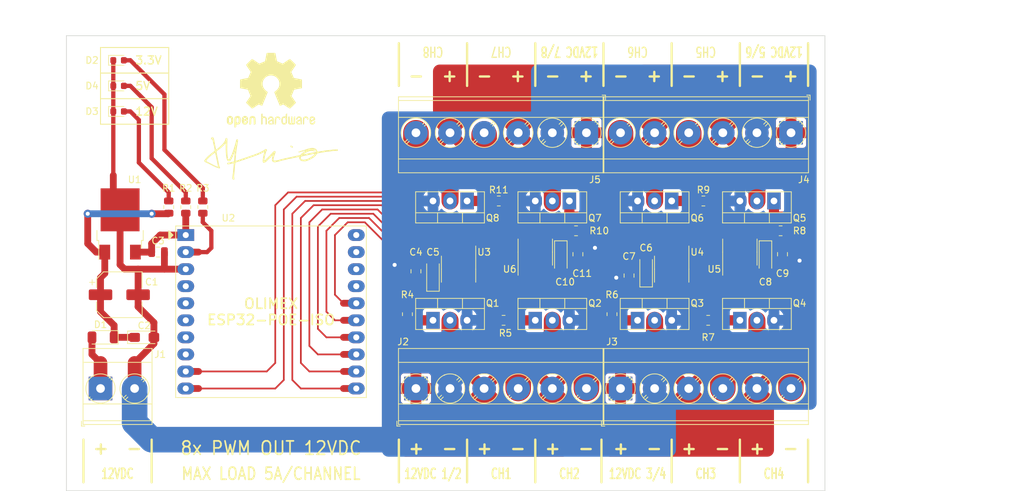
<source format=kicad_pcb>
(kicad_pcb (version 20211014) (generator pcbnew)
  (title_block (title "ESP 6 Relay Module"))
  (layers (0 "F.Cu" signal) (31 "B.Cu" signal) (34 "B.Paste" user) (35 "F.Paste" user) (36 "B.SilkS" user "B.Silkscreen") (37 "F.SilkS" user "F.Silkscreen") (38 "B.Mask" user) (39 "F.Mask" user) (44 "Edge.Cuts" user))
  (net 0 "")
  (net 1 "+12VA")
  (net 2 "GNDREF")
  (net 3 "+5V")
  (net 4 "+12V")
  (net 5 "Net-(D2-Pad2)")
  (net 6 "Net-(D3-Pad2)")
  (net 7 "Net-(D4-Pad2)")
  (net 8 "+VA")
  (net 9 "+VB")
  (net 10 "+VC")
  (net 11 "Net-(J2-Pad4)")
  (net 12 "Net-(Q1-Pad1)")
  (net 13 "Net-(Q2-Pad1)")
  (net 14 "Net-(Q3-Pad1)")
  (net 15 "Net-(Q4-Pad1)")
  (net 16 "+3V3")
  (net 17 "Net-(J2-Pad6)")
  (net 20 "Net-(R8-Pad2)")
  (net 21 "Net-(R9-Pad2)")
  (net 25 "+VD")
  (net 26 "Net-(J3-Pad4)")
  (net 28 "Net-(J3-Pad6)")
  (net 29 "Net-(J4-Pad4)")
  (net 37 "Net-(R6-Pad2)")
  (net 38 "Net-(R7-Pad2)")
  (net 41 "Net-(J4-Pad6)")
  (net 42 "Net-(J5-Pad4)")
  (net 43 "Net-(J5-Pad6)")
  (net 44 "Net-(Q5-Pad1)")
  (net 45 "Net-(Q6-Pad1)")
  (net 46 "Net-(Q7-Pad1)")
  (net 47 "Net-(Q8-Pad1)")
  (net 48 "Net-(R10-Pad2)")
  (net 49 "Net-(R11-Pad2)")
  (net 50 "Net-(U2-Pad11)")
  (net 51 "Net-(U2-Pad12)")
  (net 52 "Net-(U2-Pad13)")
  (net 53 "Net-(U2-Pad14)")
  (net 54 "Net-(U2-Pad15)")
  (net 55 "Net-(U2-Pad16)")
  (net 58 "Net-(R4-Pad2)")
  (net 59 "Net-(R5-Pad2)")
  (net 60 "Net-(U2-Pad9)")
  (net 61 "Net-(U2-Pad10)")
  (footprint "Tales:Olimex_ESP32-POE_Pads" (layer "F.Cu") (at 82.55 93.98)
    (fp_text reference "U2")
    (fp_text value "Olimex_ESP32-POE")
  )
  (footprint "Tales:SOIC-8_3.9x4.9mm_P1.27mm" (layer "F.Cu") (at 165.1 96.52 90)
    (fp_text reference "U5")
    (fp_text value "IR4427")
  )
  (footprint "Tales:C_0805_2012Metric" (layer "F.Cu") (at 171.45 96.835 -90)
    (fp_text reference "C9")
    (fp_text value "0,1uF/50V/0805")
  )
  (footprint "Tales:LED_0603_1608Metric" (layer "F.Cu") (at 72.5425 71.755)
    (fp_text reference "D4")
    (fp_text value "GREEN/0603")
  )
  (footprint "Tales:TO-220-3_Vertical" (layer "F.Cu") (at 134.62 106.68)
    (fp_text reference "Q2")
    (fp_text value "IRLB8721PBF")
  )
  (footprint "Tales:R_0805_2012Metric" (layer "F.Cu") (at 85.09 89.8125 90)
    (fp_text reference "R3")
    (fp_text value "270R/0,125W/0805")
  )
  (footprint "Tales:TerminalBlock_Phoenix_MKDS-3-6-5.08_1x06_P5.08mm_Horizontal" (layer "F.Cu") (at 142.24 78.74 180)
    (fp_text reference "J5")
    (fp_text value "CH7/8")
  )
  (footprint "Tales:SOIC-8_3.9x4.9mm_P1.27mm" (layer "F.Cu") (at 134.62 96.52 90)
    (fp_text reference "U6")
    (fp_text value "IR4427")
  )
  (footprint "Tales:R_0805_2012Metric" (layer "F.Cu") (at 129.8975 106.68 180)
    (fp_text reference "R5")
    (fp_text value "0R/0,125W/0805")
  )
  (footprint "Tales:C_0805_2012Metric" (layer "F.Cu") (at 116.84 99.375 90)
    (fp_text reference "C4")
    (fp_text value "0,1uF/50V/0805")
  )
  (footprint "Tales:TO-220-3_Vertical" (layer "F.Cu") (at 119.38 106.68)
    (fp_text reference "Q1")
    (fp_text value "IRLB8721PBF")
  )
  (footprint "Tales:TO-252-2" (layer "F.Cu") (at 72.765 92.32 90)
    (fp_text reference "U1")
    (fp_text value "L78M05")
  )
  (footprint "Tales:SOIC-8_3.9x4.9mm_P1.27mm" (layer "F.Cu") (at 123.19 99.06 -90)
    (fp_text reference "U3")
    (fp_text value "IR4427")
  )
  (footprint "Tales:CP_EIA-3216-18_Kemet-A_Pad1.58x1.35mm_HandSolder" (layer "F.Cu") (at 151.13 99.2275 90)
    (fp_text reference "C6")
    (fp_text value "1uF 35V")
  )
  (footprint "Tales:R_0805_2012Metric" (layer "F.Cu") (at 146.05 105.7675 90)
    (fp_text reference "R6")
    (fp_text value "0R/0,125W/0805")
  )
  (footprint "Tales:TO-220-3_Vertical" (layer "F.Cu") (at 139.7 88.9 180)
    (fp_text reference "Q7")
    (fp_text value "IRLB8721PBF")
  )
  (footprint "Tales:R_0805_2012Metric" (layer "F.Cu") (at 82.55 89.8125 90)
    (fp_text reference "R2")
    (fp_text value "680R/0,125W/0805")
  )
  (footprint "Tales:TO-220-3_Vertical" (layer "F.Cu") (at 165.1 106.68)
    (fp_text reference "Q4")
    (fp_text value "IRLB8721PBF")
  )
  (footprint "Tales:R_0805_2012Metric" (layer "F.Cu") (at 140.6925 93.345 180)
    (fp_text reference "R10")
    (fp_text value "0R/0,125W/0805")
  )
  (footprint "Tales:C_0805_2012Metric" (layer "F.Cu") (at 148.59 100.015 90)
    (fp_text reference "C7")
    (fp_text value "0,1uF/50V/0805")
  )
  (footprint "Tales:CP_EIA-3216-18_Kemet-A_Pad1.58x1.35mm_HandSolder" (layer "F.Cu") (at 138.43 97.3225 -90)
    (fp_text reference "C10")
    (fp_text value "1uF 35V")
  )
  (footprint "Tales:TerminalBlock_Phoenix_MKDS-3-6-5.08_1x06_P5.08mm_Horizontal" (layer "F.Cu") (at 147.32 116.84)
    (fp_text reference "J3")
    (fp_text value "CH3/4")
  )
  (footprint "Tales:TO-220-3_Vertical" (layer "F.Cu") (at 149.86 106.68)
    (fp_text reference "Q3")
    (fp_text value "IRLB8721PBF")
  )
  (footprint "Tales:LED_0603_1608Metric" (layer "F.Cu") (at 72.5425 75.565)
    (fp_text reference "D3")
    (fp_text value "GREEN/0603")
  )
  (footprint "Tales:R_0805_2012Metric" (layer "F.Cu") (at 160.3775 106.68 180)
    (fp_text reference "R7")
    (fp_text value "0R/0,125W/0805")
  )
  (footprint "Tales:TerminalBlock_Phoenix_MKDS-3-6-5.08_1x06_P5.08mm_Horizontal" (layer "F.Cu") (at 116.84 116.84)
    (fp_text reference "J2")
    (fp_text value "CH1/2")
  )
  (footprint "Tales:R_0805_2012Metric" (layer "F.Cu") (at 171.1725 93.345 180)
    (fp_text reference "R8")
    (fp_text value "0R/0,125W/0805")
  )
  (footprint "Tales:CP_Elec_6.3x5.4" (layer "F.Cu") (at 72.65 102.87)
    (fp_text reference "C1")
    (fp_text value "47uF/35V/6,3x5,4")
  )
  (footprint "Tales:CP_EIA-3216-18_Kemet-A_Pad1.58x1.35mm_HandSolder" (layer "F.Cu") (at 76.3675 109.22)
    (fp_text reference "C2")
    (fp_text value "0,33uF/35V")
  )
  (footprint "Tales:CP_EIA-3216-18_Kemet-A_Pad1.58x1.35mm_HandSolder" (layer "F.Cu") (at 119.38 99.8625 90)
    (fp_text reference "C5")
    (fp_text value "1uF 35V")
  )
  (footprint "Tales:TerminalBlock_Phoenix_MKDS-3-6-5.08_1x06_P5.08mm_Horizontal" (layer "F.Cu") (at 172.72 78.74 180)
    (fp_text reference "J4")
    (fp_text value "CH5/6")
  )
  (footprint "Tales:SOIC-8_3.9x4.9mm_P1.27mm" (layer "F.Cu") (at 154.94 99.06 -90)
    (fp_text reference "U4")
    (fp_text value "IR4427")
  )
  (footprint "Tales:D_SOD-123" (layer "F.Cu") (at 70.23 109.22 180)
    (fp_text reference "D1")
    (fp_text value "SM4007PL/SOD-123")
  )
  (footprint "Tales:LED_0603_1608Metric" (layer "F.Cu") (at 72.5425 67.945)
    (fp_text reference "D2")
    (fp_text value "GREEN/0603")
  )
  (footprint "Tales:C_0805_2012Metric" (layer "F.Cu") (at 140.97 96.835 -90)
    (fp_text reference "C11")
    (fp_text value "0,1uF/50V/0805")
  )
  (footprint "Tales:TO-220-3_Vertical" (layer "F.Cu") (at 170.18 88.9 180)
    (fp_text reference "Q5")
    (fp_text value "IRLB8721PBF")
  )
  (footprint "Tales:CP_EIA-3216-18_Kemet-A_Pad1.58x1.35mm_HandSolder" (layer "F.Cu") (at 168.91 97.3225 -90)
    (fp_text reference "C8")
    (fp_text value "1uF 35V")
  )
  (footprint "Tales:C_0805_2012Metric" (layer "F.Cu") (at 78.42 96.52)
    (fp_text reference "C3")
    (fp_text value "0,1uF/50V/0805")
  )
  (footprint "Tales:R_0805_2012Metric" (layer "F.Cu") (at 115.57 105.7675 90)
    (fp_text reference "R4")
    (fp_text value "0R/0,125W/0805")
  )
  (footprint "Tales:TO-220-3_Vertical" (layer "F.Cu") (at 154.94 88.9 180)
    (fp_text reference "Q6")
    (fp_text value "IRLB8721PBF")
  )
  (footprint "Tales:TO-220-3_Vertical" (layer "F.Cu") (at 124.46 88.9 180)
    (fp_text reference "Q8")
    (fp_text value "IRLB8721PBF")
  )
  (footprint "Tales:R_0805_2012Metric" (layer "F.Cu") (at 80.01 89.8125 90)
    (fp_text reference "R1")
    (fp_text value "2k2/0,125W/0805")
  )
  (footprint "Tales:R_0805_2012Metric" (layer "F.Cu") (at 159.6625 88.9)
    (fp_text reference "R9")
    (fp_text value "0R/0,125W/0805")
  )
  (footprint "Tales:R_0805_2012Metric" (layer "F.Cu") (at 129.1825 88.9)
    (fp_text reference "R11")
    (fp_text value "0R/0,125W/0805")
  )
  (footprint "Tales:TMaschio_20mm" (layer "F.Cu") (at 95.25 82.55)
    (fp_text reference "G***" hide)
    (fp_text value "LOGO" hide)
  )
  (footprint "Tales:TerminalBlock_Phoenix_MKDS-3-2-5.08_1x02_P5.08mm_Horizontal" (layer "F.Cu") (at 69.85 116.84)
    (fp_text reference "J1")
    (fp_text value "12VDC")
  )
  (footprint "Symbol:OSHW-Logo2_14.6x12mm_SilkScreen" (layer "F.Cu") (at 95.25 72.39)
    (fp_text reference "REF**" hide)
    (fp_text value "OSHW-Logo2_14.6x12mm_SilkScreen" hide)
  )
  (gr_line (start 69.85 69.85) (end 80.01 69.85) (layer "F.SilkS") (width 0.15))
  (gr_line (start 80.01 77.47) (end 80.01 66.04) (layer "F.SilkS") (width 0.15))
  (gr_line (start 69.85 77.47) (end 80.01 77.47) (layer "F.SilkS") (width 0.15))
  (gr_line (start 80.01 66.04) (end 69.85 66.04) (layer "F.SilkS") (width 0.15))
  (gr_line (start 69.85 73.66) (end 80.01 73.66) (layer "F.SilkS") (width 0.15))
  (gr_line (start 69.85 66.04) (end 69.85 77.47) (layer "F.SilkS") (width 0.15))
  (gr_line (start 165.1 65.405) (end 165.1 71.755) (layer "F.SilkS") (width 0.35))
  (gr_line (start 175.26 65.405) (end 175.26 71.755) (layer "F.SilkS") (width 0.35))
  (gr_line (start 134.62 124.46) (end 134.62 130.81) (layer "F.SilkS") (width 0.35))
  (gr_line (start 114.3 124.46) (end 114.3 130.81) (layer "F.SilkS") (width 0.35))
  (gr_line (start 165.1 124.46) (end 165.1 130.81) (layer "F.SilkS") (width 0.35))
  (gr_line (start 144.78 65.405) (end 144.78 71.755) (layer "F.SilkS") (width 0.35))
  (gr_line (start 154.94 124.46) (end 154.94 130.81) (layer "F.SilkS") (width 0.35))
  (gr_line (start 144.48 124.46) (end 144.48 130.81) (layer "F.SilkS") (width 0.35))
  (gr_line (start 175.26 124.46) (end 175.26 130.81) (layer "F.SilkS") (width 0.35))
  (gr_line (start 124.46 124.46) (end 124.46 130.81) (layer "F.SilkS") (width 0.35))
  (gr_line (start 114.3 65.405) (end 114.3 71.755) (layer "F.SilkS") (width 0.35))
  (gr_line (start 134.62 65.405) (end 134.62 71.755) (layer "F.SilkS") (width 0.35))
  (gr_line (start 154.94 65.405) (end 154.94 71.755) (layer "F.SilkS") (width 0.35))
  (gr_line (start 124.46 65.405) (end 124.46 71.755) (layer "F.SilkS") (width 0.35))
  (gr_line (start 67.31 124.46) (end 67.31 130.81) (layer "F.SilkS") (width 0.35))
  (gr_line (start 77.47 124.46) (end 77.47 130.81) (layer "F.SilkS") (width 0.35))
  (gr_line (start 64.77 132.08) (end 177.77 132.08) (layer "Edge.Cuts") (width 0.1))
  (gr_line (start 177.77 64.28) (end 64.77 64.28) (layer "Edge.Cuts") (width 0.1))
  (gr_line (start 177.77 132.08) (end 177.77 64.28) (layer "Edge.Cuts") (width 0.1))
  (gr_line (start 64.77 64.28) (end 64.77 132.08) (layer "Edge.Cuts") (width 0.1))
  (gr_text "12VDC" (at 72.39 129.54) (layer "F.SilkS") (effects (font (size 1.5 1) (thickness 0.25))))
  (gr_text "8x PWM OUT 12VDC" (at 95.25 125.73) (layer "F.SilkS") (effects (font (size 2 1.8) (thickness 0.25))))
  (gr_text "12V" (at 74.93 75.565) (layer "F.SilkS") (effects (font (size 1.2 1.2) (thickness 0.2)) (justify left)))
  (gr_text "5V" (at 74.93 71.755) (layer "F.SilkS") (effects (font (size 1.2 1.2) (thickness 0.2)) (justify left)))
  (gr_text "3.3V" (at 74.93 67.945) (layer "F.SilkS") (effects (font (size 1.2 1.2) (thickness 0.2)) (justify left)))
  (gr_text "OLIMEX\nESP32-POE-ISO" (at 95.25 105.41) (layer "F.SilkS") (effects (font (size 1.5 1.5) (thickness 0.25))))
  (gr_text "MAX LOAD 5A/CHANNEL" (at 95.25 129.54) (layer "F.SilkS") (effects (font (size 1.8 1.5) (thickness 0.25))))
  (gr_text "+  -" (at 129.54 125.73) (layer "F.SilkS") (effects (font (size 1.8 1.8) (thickness 0.35))))
  (gr_text "CH5" (at 160.02 66.675 180) (layer "F.SilkS") (effects (font (size 1.5 1) (thickness 0.2))))
  (gr_text "CH2" (at 139.7 129.54) (layer "F.SilkS") (effects (font (size 1.5 1) (thickness 0.25))))
  (gr_text "CH8" (at 119.38 66.675 180) (layer "F.SilkS") (effects (font (size 1.5 1) (thickness 0.2))))
  (gr_text "12VDC 7/8" (at 139.7 66.675 180) (layer "F.SilkS") (effects (font (size 1.5 1) (thickness 0.25))))
  (gr_text "CH3" (at 160.02 129.54) (layer "F.SilkS") (effects (font (size 1.5 1) (thickness 0.25))))
  (gr_text "+  -" (at 160.02 125.73) (layer "F.SilkS") (effects (font (size 1.8 1.8) (thickness 0.35))))
  (gr_text "+  -" (at 160.02 70.485 180) (layer "F.SilkS") (effects (font (size 1.8 1.8) (thickness 0.35))))
  (gr_text "+  -" (at 170.18 125.73) (layer "F.SilkS") (effects (font (size 1.8 1.8) (thickness 0.35))))
  (gr_text "+  -" (at 149.86 125.73) (layer "F.SilkS") (effects (font (size 1.8 1.8) (thickness 0.35))))
  (gr_text "+  -" (at 170.18 70.485 180) (layer "F.SilkS") (effects (font (size 1.8 1.8) (thickness 0.35))))
  (gr_text "12VDC 1/2" (at 119.38 129.54) (layer "F.SilkS") (effects (font (size 1.5 1) (thickness 0.25))))
  (gr_text "+  -" (at 72.39 125.73) (layer "F.SilkS") (effects (font (size 1.8 1.8) (thickness 0.35))))
  (gr_text "+  -" (at 119.38 70.485 180) (layer "F.SilkS") (effects (font (size 1.8 1.8) (thickness 0.35))))
  (gr_text "+  -" (at 149.86 70.485 180) (layer "F.SilkS") (effects (font (size 1.8 1.8) (thickness 0.35))))
  (gr_text "+  -" (at 139.7 70.485 180) (layer "F.SilkS") (effects (font (size 1.8 1.8) (thickness 0.35))))
  (gr_text "+  -" (at 129.54 70.485 180) (layer "F.SilkS") (effects (font (size 1.8 1.8) (thickness 0.35))))
  (gr_text "12VDC 5/6" (at 170.18 66.675 180) (layer "F.SilkS") (effects (font (size 1.5 1) (thickness 0.25))))
  (gr_text "CH4" (at 170.18 129.54) (layer "F.SilkS") (effects (font (size 1.5 1) (thickness 0.25))))
  (gr_text "CH6" (at 149.86 66.675 180) (layer "F.SilkS") (effects (font (size 1.5 1) (thickness 0.2))))
  (gr_text "+  -" (at 119.38 125.73) (layer "F.SilkS") (effects (font (size 1.8 1.8) (thickness 0.35))))
  (gr_text "CH7" (at 129.54 66.675 180) (layer "F.SilkS") (effects (font (size 1.5 1) (thickness 0.2))))
  (gr_text "CH1" (at 129.54 129.54) (layer "F.SilkS") (effects (font (size 1.5 1) (thickness 0.25))))
  (gr_text "+  -" (at 139.7 125.73) (layer "F.SilkS") (effects (font (size 1.8 1.8) (thickness 0.35))))
  (gr_text "12VDC 3/4" (at 149.86 129.54) (layer "F.SilkS") (effects (font (size 1.5 1) (thickness 0.25))))
  (segment (start 71.88 107.44) (end 69.85 105.41) (width 1.016) (layer "F.Cu") (net 1))
  (segment (start 70.485 96.52) (end 70.485 99.695) (width 1.016) (layer "F.Cu") (net 1))
  (segment (start 67.945 95.25) (end 67.945 90.805) (width 1.016) (layer "F.Cu") (net 1))
  (segment (start 70.485 96.52) (end 69.215 96.52) (width 1.016) (layer "F.Cu") (net 1))
  (segment (start 69.85 105.41) (end 69.85 102.87) (width 1.016) (layer "F.Cu") (net 1))
  (segment (start 79.93 90.805) (end 80.01 90.725) (width 1.016) (layer "F.Cu") (net 1))
  (segment (start 70.485 99.695) (end 69.85 100.33) (width 1.016) (layer "F.Cu") (net 1))
  (segment (start 71.88 109.22) (end 71.88 107.44) (width 1.016) (layer "F.Cu") (net 1))
  (segment (start 69.85 100.33) (end 69.85 102.87) (width 1.016) (layer "F.Cu") (net 1))
  (segment (start 69.215 96.52) (end 67.945 95.25) (width 1.016) (layer "F.Cu") (net 1))
  (segment (start 71.88 109.22) (end 74.93 109.22) (width 1.016) (layer "F.Cu") (net 1))
  (segment (start 77.47 90.805) (end 79.93 90.805) (width 1.016) (layer "F.Cu") (net 1))
  (via (at 67.945 90.805) (size 1.2) (drill 0.6) (layers "F.Cu" "B.Cu") (net 1))
  (via (at 77.47 90.805) (size 1.2) (drill 0.6) (layers "F.Cu" "B.Cu") (net 1))
  (segment (start 67.945 90.805) (end 77.47 90.805) (width 1.016) (layer "B.Cu") (net 1))
  (segment (start 154.305 97.79) (end 153.67 98.425) (width 0.635) (layer "F.Cu") (net 2))
  (segment (start 79.375 99.06) (end 73.43 99.06) (width 1.016) (layer "F.Cu") (net 2))
  (segment (start 169.885 97.785) (end 168.91 98.76) (width 0.635) (layer "F.Cu") (net 2))
  (segment (start 147.95 99.065) (end 148.59 99.065) (width 0.635) (layer "F.Cu") (net 2))
  (segment (start 140.97 97.785) (end 139.405 97.785) (width 0.635) (layer "F.Cu") (net 2))
  (segment (start 77.805 107.015) (end 75.45 104.66) (width 1.016) (layer "F.Cu") (net 2))
  (segment (start 77.805 109.22) (end 77.805 110.155) (width 1.016) (layer "F.Cu") (net 2))
  (segment (start 71.755 88.265) (end 71.755 85.09) (width 1.016) (layer "F.Cu") (net 2))
  (segment (start 71.755 67.945) (end 71.755 71.755) (width 0.635) (layer "F.Cu") (net 2))
  (segment (start 79.375 99.06) (end 82.55 99.06) (width 1.016) (layer "F.Cu") (net 2))
  (segment (start 139.405 97.785) (end 138.43 98.76) (width 0.635) (layer "F.Cu") (net 2))
  (segment (start 143.51 95.885) (end 141.61 97.785) (width 0.635) (layer "F.Cu") (net 2))
  (segment (start 173.995 97.785) (end 171.45 97.785) (width 0.635) (layer "F.Cu") (net 2))
  (segment (start 79.37 96.52) (end 79.37 99.055) (width 1.016) (layer "F.Cu") (net 2))
  (segment (start 74.93 116.84) (end 74.93 113.03) (width 2.032) (layer "F.Cu") (net 2))
  (segment (start 165.735 98.995) (end 165.735 100.33) (width 0.635) (layer "F.Cu") (net 2))
  (segment (start 137.16 97.155) (end 138.43 98.425) (width 0.635) (layer "F.Cu") (net 2))
  (segment (start 71.755 71.755) (end 71.755 75.565) (width 0.635) (layer "F.Cu") (net 2))
  (segment (start 166.37 100.965) (end 168.275 100.965) (width 0.635) (layer "F.Cu") (net 2))
  (segment (start 151.765 98.425) (end 151.13 97.79) (width 0.635) (layer "F.Cu") (net 2))
  (segment (start 135.255 97.79) (end 135.89 97.155) (width 0.635) (layer "F.Cu") (net 2))
  (segment (start 141.61 97.785) (end 140.97 97.785) (width 0.635) (layer "F.Cu") (net 2))
  (segment (start 121.92 98.425) (end 119.38 98.425) (width 0.635) (layer "F.Cu") (net 2))
  (segment (start 72.765 98.395) (end 72.765 90.22) (width 1.016) (layer "F.Cu") (net 2))
  (segment (start 135.255 98.995) (end 135.255 97.79) (width 0.635) (layer "F.Cu") (net 2))
  (segment (start 72.765 89.275) (end 71.755 88.265) (width 1.016) (layer "F.Cu") (net 2))
  (segment (start 171.45 97.785) (end 169.885 97.785) (width 0.635) (layer "F.Cu") (net 2))
  (segment (start 168.91 100.33) (end 168.91 98.76) (width 0.635) (layer "F.Cu") (net 2))
  (segment (start 119.38 98.425) (end 116.84 98.425) (width 0.635) (layer "F.Cu") (net 2))
  (segment (start 77.805 110.155) (end 74.93 113.03) (width 1.016) (layer "F.Cu") (net 2))
  (segment (start 122.555 97.79) (end 121.92 98.425) (width 0.635) (layer "F.Cu") (net 2))
  (segment (start 135.89 97.155) (end 137.16 97.155) (width 0.635) (layer "F.Cu") (net 2))
  (segment (start 75.45 102.87) (end 75.45 99.06) (width 1.016) (layer "F.Cu") (net 2))
  (segment (start 122.555 96.585) (end 122.555 97.79) (width 0.635) (layer "F.Cu") (net 2))
  (segment (start 148.59 99.065) (end 149.855 99.065) (width 0.635) (layer "F.Cu") (net 2))
  (segment (start 72.765 90.22) (end 72.765 89.275) (width 1.016) (layer "F.Cu") (net 2))
  (segment (start 79.37 99.055) (end 79.375 99.06) (width 1.016) (layer "F.Cu") (net 2))
  (segment (start 154.305 96.585) (end 154.305 97.79) (width 0.635) (layer "F.Cu") (net 2))
  (segment (start 77.805 109.22) (end 77.805 107.015) (width 1.016) (layer "F.Cu") (net 2))
  (segment (start 165.735 100.33) (end 166.37 100.965) (width 0.635) (layer "F.Cu") (net 2))
  (segment (start 71.755 75.565) (end 71.755 85.09) (width 0.635) (layer "F.Cu") (net 2))
  (segment (start 168.275 100.965) (end 168.91 100.33) (width 0.635) (layer "F.Cu") (net 2))
  (segment (start 146.685 100.33) (end 147.95 99.065) (width 0.635) (layer "F.Cu") (net 2))
  (segment (start 75.45 104.66) (end 75.45 102.87) (width 1.016) (layer "F.Cu") (net 2))
  (segment (start 73.43 99.06) (end 72.765 98.395) (width 1.016) (layer "F.Cu") (net 2))
  (segment (start 113.665 98.425) (end 116.84 98.425) (width 0.635) (layer "F.Cu") (net 2))
  (segment (start 153.67 98.425) (end 151.765 98.425) (width 0.635) (layer "F.Cu") (net 2))
  (segment (start 149.855 99.065) (end 151.13 97.79) (width 0.635) (layer "F.Cu") (net 2))
  (via (at 173.99 97.79) (size 1.2) (drill 0.6) (layers "F.Cu" "B.Cu") (net 2))
  (via (at 146.685 100.33) (size 1.2) (drill 0.6) (layers "F.Cu" "B.Cu") (net 2))
  (via (at 113.665 98.425) (size 1.2) (drill 0.6) (layers "F.Cu" "B.Cu") (net 2))
  (via (at 143.51 95.885) (size 1.2) (drill 0.6) (layers "F.Cu" "B.Cu") (net 2))
  (segment (start 154.94 111.76) (end 152.4 111.76) (width 1.524) (layer "B.Cu") (net 2))
  (segment (start 139.7 109.22) (end 137.16 111.76) (width 1.524) (layer "B.Cu") (net 2))
  (segment (start 121.92 124.46) (end 149.86 124.46) (width 1.524) (layer "B.Cu") (net 2))
  (segment (start 113.665 124.46) (end 121.92 124.46) (width 3.81) (layer "B.Cu") (net 2))
  (segment (start 167.64 111.76) (end 154.94 111.76) (width 1.524) (layer "B.Cu") (net 2))
  (segment (start 124.46 106.68) (end 124.46 111.76) (width 1.524) (layer "B.Cu") (net 2))
  (segment (start 77.47 124.46) (end 74.93 121.92) (width 3.81) (layer "B.Cu") (net 2))
  (segment (start 139.7 106.68) (end 139.7 109.22) (width 1.524) (layer "B.Cu") (net 2))
  (segment (start 167.64 78.74) (end 167.64 83.82) (width 1.524) (layer "B.Cu") (net 2))
  (segment (start 146.685 100.33) (end 146.685 109.22) (width 1.524) (layer "B.Cu") (net 2))
  (segment (start 134.62 83.82) (end 137.16 83.82) (width 1.524) (layer "B.Cu") (net 2))
  (segment (start 149.86 124.46) (end 152.4 121.92) (width 1.524) (layer "B.Cu") (net 2))
  (segment (start 143.51 95.885) (end 143.51 86.36) (width 1.524) (layer "B.Cu") (net 2))
  (segment (start 149.225 111.76) (end 152.4 111.76) (width 1.524) (layer "B.Cu") (net 2))
  (segment (start 139.7 71.12) (end 137.16 73.66) (width 1.524) (layer "B.Cu") (net 2))
  (segment (start 113.665 98.425) (end 113.665 109.22) (width 1.524) (layer "B.Cu") (net 2))
  (segment (start 170.18 106.68) (end 170.18 109.22) (width 1.524) (layer "B.Cu") (net 2))
  (segment (start 152.4 116.84) (end 152.4 111.76) (width 1.524) (layer "B.Cu") (net 2))
  (segment (start 167.64 73.66) (end 165.1 71.12) (width 1.524) (layer "B.Cu") (net 2))
  (segment (start 113.665 109.22) (end 116.205 111.76) (width 1.524) (layer "B.Cu") (net 2))
  (segment (start 113.665 86.995) (end 116.84 83.82) (width 1.524) (layer "B.Cu") (net 2))
  (segment (start 134.62 88.9) (end 134.62 83.82) (width 1.524) (layer "B.Cu") (net 2))
  (segment (start 137.16 111.76) (end 124.46 111.76) (width 1.524) (layer "B.Cu") (net 2))
  (segment (start 137.16 78.74) (end 137.16 83.82) (width 1.524) (layer "B.Cu") (net 2))
  (segment (start 149.86 86.36) (end 152.4 83.82) (width 1.524) (layer "B.Cu") (net 2))
  (segment (start 165.1 83.82) (end 167.64 83.82) (width 1.524) (layer "B.Cu") (net 2))
  (segment (start 116.205 111.76) (end 121.92 111.76) (width 1.524) (layer "B.Cu") (net 2))
  (segment (start 119.38 88.9) (end 119.38 83.82) (width 1.524) (layer "B.Cu") (net 2))
  (segment (start 121.92 111.76) (end 121.92 116.84) (width 1.524) (layer "B.Cu") (net 2))
  (segment (start 74.93 121.92) (end 74.93 116.84) (width 3.81) (layer "B.Cu") (net 2))
  (segment (start 152.4 83.82) (end 165.1 83.82) (width 1.524) (layer "B.Cu") (net 2))
  (segment (start 165.1 88.9) (end 165.1 83.82) (width 1.524) (layer "B.Cu") (net 2))
  (segment (start 119.38 83.82) (end 134.62 83.82) (width 1.524) (layer "B.Cu") (net 2))
  (segment (start 170.18 109.22) (end 167.64 111.76) (width 1.524) (layer "B.Cu") (net 2))
  (segment (start 121.92 116.84) (end 121.92 124.46) (width 1.524) (layer "B.Cu") (net 2))
  (segment (start 137.16 73.66) (end 137.16 78.74) (width 1.524) (layer "B.Cu") (net 2))
  (segment (start 116.84 83.82) (end 119.38 83.82) (width 1.524) (layer "B.Cu") (net 2))
  (segment (start 113.665 86.995) (end 113.665 98.425) (width 1.524) (layer "B.Cu") (net 2))
  (segment (start 173.99 97.79) (end 173.99 86.36) (width 1.524) (layer "B.Cu") (net 2))
  (segment (start 121.92 111.76) (end 124.46 111.76) (width 1.524) (layer "B.Cu") (net 2))
  (segment (start 143.51 86.36) (end 140.97 83.82) (width 1.524) (layer "B.Cu") (net 2))
  (segment (start 140.97 83.82) (end 137.16 83.82) (width 1.524) (layer "B.Cu") (net 2))
  (segment (start 77.47 124.46) (end 113.665 124.46) (width 3.81) (layer "B.Cu") (net 2))
  (segment (start 171.45 83.82) (end 167.64 83.82) (width 1.524) (layer "B.Cu") (net 2))
  (segment (start 152.4 121.92) (end 152.4 116.84) (width 1.524) (layer "B.Cu") (net 2))
  (segment (start 167.64 78.74) (end 167.64 73.66) (width 1.524) (layer "B.Cu") (net 2))
  (segment (start 149.86 88.9) (end 149.86 86.36) (width 1.524) (layer "B.Cu") (net 2))
  (segment (start 165.1 71.12) (end 139.7 71.12) (width 1.524) (layer "B.Cu") (net 2))
  (segment (start 146.685 109.22) (end 149.225 111.76) (width 1.524) (layer "B.Cu") (net 2))
  (segment (start 173.99 86.36) (end 171.45 83.82) (width 1.524) (layer "B.Cu") (net 2))
  (segment (start 154.94 106.68) (end 154.94 111.76) (width 1.524) (layer "B.Cu") (net 2))
  (segment (start 77.47 96.52) (end 77.47 95.25) (width 1.016) (layer "F.Cu") (net 3))
  (segment (start 77.47 95.25) (end 78.74 93.98) (width 1.016) (layer "F.Cu") (net 3))
  (segment (start 78.74 93.98) (end 82.55 93.98) (width 1.016) (layer "F.Cu") (net 3))
  (segment (start 82.55 93.98) (end 82.55 90.725) (width 1.016) (layer "F.Cu") (net 3))
  (segment (start 75.045 96.52) (end 77.47 96.52) (width 1.016) (layer "F.Cu") (net 3))
  (segment (start 69.85 116.84) (end 69.85 113.03) (width 2.032) (layer "F.Cu") (net 4))
  (segment (start 68.58 109.22) (end 68.58 111.76) (width 1.016) (layer "F.Cu") (net 4))
  (segment (start 68.58 111.76) (end 69.85 113.03) (width 1.016) (layer "F.Cu") (net 4))
  (segment (start 79.375 81.28) (end 85.09 86.995) (width 0.635) (layer "F.Cu") (net 5))
  (segment (start 73.33 67.945) (end 74.295 67.945) (width 0.635) (layer "F.Cu") (net 5))
  (segment (start 79.375 73.025) (end 79.375 81.28) (width 0.635) (layer "F.Cu") (net 5))
  (segment (start 74.295 67.945) (end 79.375 73.025) (width 0.635) (layer "F.Cu") (net 5))
  (segment (start 85.09 86.995) (end 85.09 88.9) (width 0.635) (layer "F.Cu") (net 5))
  (segment (start 74.295 75.565) (end 75.565 76.835) (width 0.635) (layer "F.Cu") (net 6))
  (segment (start 73.33 75.565) (end 74.295 75.565) (width 0.635) (layer "F.Cu") (net 6))
  (segment (start 80.01 87.63) (end 80.01 88.9) (width 0.635) (layer "F.Cu") (net 6))
  (segment (start 75.565 76.835) (end 75.565 83.185) (width 0.635) (layer "F.Cu") (net 6))
  (segment (start 75.565 83.185) (end 80.01 87.63) (width 0.635) (layer "F.Cu") (net 6))
  (segment (start 74.295 71.755) (end 77.47 74.93) (width 0.635) (layer "F.Cu") (net 7))
  (segment (start 77.47 82.55) (end 82.55 87.63) (width 0.635) (layer "F.Cu") (net 7))
  (segment (start 77.47 74.93) (end 77.47 82.55) (width 0.635) (layer "F.Cu") (net 7))
  (segment (start 82.55 87.63) (end 82.55 88.9) (width 0.635) (layer "F.Cu") (net 7))
  (segment (start 73.33 71.755) (end 74.295 71.755) (width 0.635) (layer "F.Cu") (net 7))
  (segment (start 116.84 116.84) (end 116.84 121.92) (width 1.524) (layer "F.Cu") (net 8))
  (segment (start 119.38 100.33) (end 120.015 100.33) (width 0.635) (layer "F.Cu") (net 8))
  (segment (start 116.84 121.92) (end 119.38 124.46) (width 1.524) (layer "F.Cu") (net 8))
  (segment (start 134.62 124.46) (end 137.16 121.92) (width 1.524) (layer "F.Cu") (net 8))
  (segment (start 116.84 116.84) (end 116.84 111.76) (width 1.524) (layer "F.Cu") (net 8))
  (segment (start 115.575 100.325) (end 116.84 100.325) (width 0.635) (layer "F.Cu") (net 8))
  (segment (start 120.015 100.33) (end 120.65 99.695) (width 0.635) (layer "F.Cu") (net 8))
  (segment (start 137.16 121.92) (end 137.16 116.84) (width 1.524) (layer "F.Cu") (net 8))
  (segment (start 116.84 100.325) (end 118.11 100.33) (width 0.635) (layer "F.Cu") (net 8))
  (segment (start 121.92 99.695) (end 120.65 99.695) (width 0.635) (layer "F.Cu") (net 8))
  (segment (start 116.84 111.76) (end 113.665 108.585) (width 1.524) (layer "F.Cu") (net 8))
  (segment (start 118.11 100.33) (end 119.38 100.33) (width 0.635) (layer "F.Cu") (net 8))
  (segment (start 127 116.84) (end 127 124.46) (width 1.524) (layer "F.Cu") (net 8))
  (segment (start 122.555 101.535) (end 122.555 100.33) (width 0.635) (layer "F.Cu") (net 8))
  (segment (start 113.665 108.585) (end 113.665 102.235) (width 1.524) (layer "F.Cu") (net 8))
  (segment (start 122.555 100.33) (end 121.92 99.695) (width 0.635) (layer "F.Cu") (net 8))
  (segment (start 113.665 102.235) (end 115.575 100.325) (width 0.635) (layer "F.Cu") (net 8))
  (segment (start 119.38 100.33) (end 119.38 101.3) (width 0.635) (layer "F.Cu") (net 8))
  (segment (start 119.38 124.46) (end 134.62 124.46) (width 1.524) (layer "F.Cu") (net 8))
  (segment (start 147.32 121.92) (end 149.86 124.46) (width 1.524) (layer "F.Cu") (net 9))
  (segment (start 148.59 100.965) (end 150.83 100.965) (width 0.635) (layer "F.Cu") (net 9))
  (segment (start 154.305 101.535) (end 154.305 100.33) (width 0.635) (layer "F.Cu") (net 9))
  (segment (start 154.305 100.33) (end 153.67 99.695) (width 0.635) (layer "F.Cu") (net 9))
  (segment (start 153.67 99.695) (end 152.1 99.695) (width 0.635) (layer "F.Cu") (net 9))
  (segment (start 152.1 99.695) (end 151.13 100.665) (width 0.635) (layer "F.Cu") (net 9))
  (segment (start 147.32 110.49) (end 147.32 116.84) (width 1.524) (layer "F.Cu") (net 9))
  (segment (start 147.955 102.87) (end 145.415 102.87) (width 0.635) (layer "F.Cu") (net 9))
  (segment (start 147.32 116.84) (end 147.32 121.92) (width 1.524) (layer "F.Cu") (net 9))
  (segment (start 148.59 102.235) (end 147.955 102.87) (width 0.635) (layer "F.Cu") (net 9))
  (segment (start 145.415 102.87) (end 144.145 104.14) (width 0.635) (layer "F.Cu") (net 9))
  (segment (start 149.86 124.46) (end 165.1 124.46) (width 1.524) (layer "F.Cu") (net 9))
  (segment (start 148.59 100.965) (end 148.59 102.235) (width 0.635) (layer "F.Cu") (net 9))
  (segment (start 144.145 104.14) (end 144.145 107.315) (width 1.524) (layer "F.Cu") (net 9))
  (segment (start 165.1 124.46) (end 167.64 121.92) (width 1.524) (layer "F.Cu") (net 9))
  (segment (start 144.145 107.315) (end 147.32 110.49) (width 1.524) (layer "F.Cu") (net 9))
  (segment (start 157.48 116.84) (end 157.48 124.46) (width 1.524) (layer "F.Cu") (net 9))
  (segment (start 167.64 121.92) (end 167.64 116.84) (width 1.524) (layer "F.Cu") (net 9))
  (segment (start 173.99 85.09) (end 172.72 83.82) (width 1.524) (layer "F.Cu") (net 10))
  (segment (start 171.45 95.885) (end 172.72 95.885) (width 0.635) (layer "F.Cu") (net 10))
  (segment (start 162.56 71.12) (end 162.56 78.74) (width 1.524) (layer "F.Cu") (net 10))
  (segment (start 173.99 94.615) (end 173.99 85.09) (width 1.524) (layer "F.Cu") (net 10))
  (segment (start 152.4 74.93) (end 152.4 78.74) (width 1.524) (layer "F.Cu") (net 10))
  (segment (start 172.72 78.74) (end 172.72 74.93) (width 1.524) (layer "F.Cu") (net 10))
  (segment (start 168.91 71.12) (end 162.56 71.12) (width 1.524) (layer "F.Cu") (net 10))
  (segment (start 172.72 95.885) (end 173.99 94.615) (width 0.635) (layer "F.Cu") (net 10))
  (segment (start 162.56 71.12) (end 156.21 71.12) (width 1.524) (layer "F.Cu") (net 10))
  (segment (start 172.72 74.93) (end 168.91 71.12) (width 1.524) (layer "F.Cu") (net 10))
  (segment (start 165.735 94.769676) (end 165.735 94.045) (width 0.635) (layer "F.Cu") (net 10))
  (segment (start 168.91 95.885) (end 166.850324 95.885) (width 0.635) (layer "F.Cu") (net 10))
  (segment (start 172.72 83.82) (end 172.72 78.74) (width 1.524) (layer "F.Cu") (net 10))
  (segment (start 156.21 71.12) (end 152.4 74.93) (width 1.524) (layer "F.Cu") (net 10))
  (segment (start 166.850324 95.885) (end 165.735 94.769676) (width 0.635) (layer "F.Cu") (net 10))
  (segment (start 171.45 95.885) (end 168.91 95.885) (width 0.635) (layer "F.Cu") (net 10))
  (segment (start 121.92 106.68) (end 121.92 111.125) (width 2.54) (layer "F.Cu") (net 11))
  (segment (start 129.54 111.125) (end 132.08 113.665) (width 3.81) (layer "F.Cu") (net 11))
  (segment (start 132.08 113.665) (end 132.08 116.84) (width 3.81) (layer "F.Cu") (net 11))
  (segment (start 121.92 111.125) (end 129.54 111.125) (width 3.81) (layer "F.Cu") (net 11))
  (segment (start 117.475 106.68) (end 119.38 106.68) (width 1.524) (layer "F.Cu") (net 12))
  (segment (start 115.57 106.68) (end 117.475 106.68) (width 0.635) (layer "F.Cu") (net 12))
  (segment (start 130.81 106.68) (end 132.715 106.68) (width 0.635) (layer "F.Cu") (net 13))
  (segment (start 132.715 106.68) (end 134.62 106.68) (width 1.524) (layer "F.Cu") (net 13))
  (segment (start 146.05 106.68) (end 147.955 106.68) (width 0.635) (layer "F.Cu") (net 14))
  (segment (start 147.955 106.68) (end 149.86 106.68) (width 1.524) (layer "F.Cu") (net 14))
  (segment (start 161.29 106.68) (end 163.195 106.68) (width 0.635) (layer "F.Cu") (net 15))
  (segment (start 163.195 106.68) (end 165.1 106.68) (width 1.524) (layer "F.Cu") (net 15))
  (segment (start 86.36 93.345) (end 86.36 95.885) (width 0.635) (layer "F.Cu") (net 16))
  (segment (start 82.55 96.52) (end 84.455 96.52) (width 1.016) (layer "F.Cu") (net 16))
  (segment (start 85.09 92.075) (end 86.36 93.345) (width 0.635) (layer "F.Cu") (net 16))
  (segment (start 85.725 96.52) (end 84.455 96.52) (width 0.635) (layer "F.Cu") (net 16))
  (segment (start 86.36 95.885) (end 85.725 96.52) (width 0.635) (layer "F.Cu") (net 16))
  (segment (start 85.09 90.725) (end 85.09 92.075) (width 0.635) (layer "F.Cu") (net 16))
  (segment (start 140.335 111.125) (end 137.16 111.125) (width 3.81) (layer "F.Cu") (net 17))
  (segment (start 142.24 116.84) (end 142.24 113.03) (width 3.81) (layer "F.Cu") (net 17))
  (segment (start 137.16 106.68) (end 137.16 111.125) (width 2.54) (layer "F.Cu") (net 17))
  (segment (start 142.24 113.03) (end 140.335 111.125) (width 3.81) (layer "F.Cu") (net 17))
  (segment (start 168.21 94.045) (end 168.91 93.345) (width 0.635) (layer "F.Cu") (net 20))
  (segment (start 167.005 94.045) (end 168.21 94.045) (width 0.635) (layer "F.Cu") (net 20))
  (segment (start 168.91 93.345) (end 170.26 93.345) (width 0.635) (layer "F.Cu") (net 20))
  (segment (start 164.465 94.045) (end 164.465 92.075) (width 0.635) (layer "F.Cu") (net 21))
  (segment (start 164.465 92.075) (end 163.83 91.44) (width 0.635) (layer "F.Cu") (net 21))
  (segment (start 163.83 91.44) (end 161.29 91.44) (width 0.635) (layer "F.Cu") (net 21))
  (segment (start 160.575 90.725) (end 160.575 88.9) (width 0.635) (layer "F.Cu") (net 21))
  (segment (start 161.29 91.44) (end 160.575 90.725) (width 0.635) (layer "F.Cu") (net 21))
  (segment (start 140.97 95.885) (end 138.43 95.885) (width 0.635) (layer "F.Cu") (net 25))
  (segment (start 139.7 71.12) (end 124.46 71.12) (width 1.524) (layer "F.Cu") (net 25))
  (segment (start 142.24 78.74) (end 142.24 73.66) (width 1.524) (layer "F.Cu") (net 25))
  (segment (start 135.89 95.885) (end 138.43 95.885) (width 0.635) (layer "F.Cu") (net 25))
  (segment (start 142.24 78.74) (end 142.24 83.82) (width 1.524) (layer "F.Cu") (net 25))
  (segment (start 142.24 73.66) (end 139.7 71.12) (width 1.524) (layer "F.Cu") (net 25))
  (segment (start 121.92 73.66) (end 121.92 78.74) (width 1.524) (layer "F.Cu") (net 25))
  (segment (start 124.46 71.12) (end 121.92 73.66) (width 1.524) (layer "F.Cu") (net 25))
  (segment (start 143.51 85.09) (end 143.51 93.345) (width 1.524) (layer "F.Cu") (net 25))
  (segment (start 142.24 83.82) (end 143.51 85.09) (width 1.524) (layer "F.Cu") (net 25))
  (segment (start 143.51 93.345) (end 140.97 95.885) (width 0.635) (layer "F.Cu") (net 25))
  (segment (start 135.255 95.25) (end 135.89 95.885) (width 0.635) (layer "F.Cu") (net 25))
  (segment (start 135.255 94.045) (end 135.255 95.25) (width 0.635) (layer "F.Cu") (net 25))
  (segment (start 132.08 78.74) (end 132.08 71.12) (width 1.524) (layer "F.Cu") (net 25))
  (segment (start 152.4 106.68) (end 152.4 111.125) (width 2.54) (layer "F.Cu") (net 26))
  (segment (start 160.02 111.125) (end 162.56 113.665) (width 3.81) (layer "F.Cu") (net 26))
  (segment (start 162.56 113.665) (end 162.56 116.84) (width 3.81) (layer "F.Cu") (net 26))
  (segment (start 152.4 111.125) (end 160.02 111.125) (width 3.81) (layer "F.Cu") (net 26))
  (segment (start 172.72 116.84) (end 172.72 113.03) (width 3.81) (layer "F.Cu") (net 28))
  (segment (start 170.815 111.125) (end 167.64 111.125) (width 3.81) (layer "F.Cu") (net 28))
  (segment (start 172.72 113.03) (end 170.815 111.125) (width 3.81) (layer "F.Cu") (net 28))
  (segment (start 167.64 106.68) (end 167.64 111.125) (width 2.54) (layer "F.Cu") (net 28))
  (segment (start 167.64 84.455) (end 160.02 84.455) (width 3.81) (layer "F.Cu") (net 29))
  (segment (start 157.48 81.915) (end 157.48 78.74) (width 3.81) (layer "F.Cu") (net 29))
  (segment (start 160.02 84.455) (end 157.48 81.915) (width 3.81) (layer "F.Cu") (net 29))
  (segment (start 167.64 88.9) (end 167.64 84.455) (width 2.54) (layer "F.Cu") (net 29))
  (segment (start 147.875 104.855) (end 146.05 104.855) (width 0.635) (layer "F.Cu") (net 37))
  (segment (start 149.225 103.505) (end 147.875 104.855) (width 0.635) (layer "F.Cu") (net 37))
  (segment (start 152.4 103.505) (end 149.225 103.505) (width 0.635) (layer "F.Cu") (net 37))
  (segment (start 153.035 101.535) (end 153.035 102.87) (width 0.635) (layer "F.Cu") (net 37))
  (segment (start 153.035 102.87) (end 152.4 103.505) (width 0.635) (layer "F.Cu") (net 37))
  (segment (start 155.575 103.505) (end 156.21 104.14) (width 0.635) (layer "F.Cu") (net 38))
  (segment (start 159.465 104.855) (end 159.465 106.68) (width 0.635) (layer "F.Cu") (net 38))
  (segment (start 155.575 101.535) (end 155.575 103.505) (width 0.635) (layer "F.Cu") (net 38))
  (segment (start 158.75 104.14) (end 159.465 104.855) (width 0.635) (layer "F.Cu") (net 38))
  (segment (start 156.21 104.14) (end 158.75 104.14) (width 0.635) (layer "F.Cu") (net 38))
  (segment (start 147.32 81.915) (end 149.86 84.455) (width 3.81) (layer "F.Cu") (net 41))
  (segment (start 149.86 84.455) (end 152.4 84.455) (width 3.81) (layer "F.Cu") (net 41))
  (segment (start 147.32 81.915) (end 147.32 78.74) (width 3.81) (layer "F.Cu") (net 41))
  (segment (start 152.4 88.9) (end 152.4 84.455) (width 2.54) (layer "F.Cu") (net 41))
  (segment (start 129.54 84.755) (end 127 82.215) (width 3.81) (layer "F.Cu") (net 42))
  (segment (start 137.16 84.755) (end 129.54 84.755) (width 3.81) (layer "F.Cu") (net 42))
  (segment (start 127 82.215) (end 127 79.04) (width 3.81) (layer "F.Cu") (net 42))
  (segment (start 137.16 89.2) (end 137.16 84.755) (width 2.54) (layer "F.Cu") (net 42))
  (segment (start 116.84 81.915) (end 116.84 78.74) (width 3.81) (layer "F.Cu") (net 43))
  (segment (start 121.92 88.9) (end 121.92 84.455) (width 2.54) (layer "F.Cu") (net 43))
  (segment (start 116.84 81.915) (end 119.38 84.455) (width 3.81) (layer "F.Cu") (net 43))
  (segment (start 119.38 84.455) (end 121.92 84.455) (width 3.81) (layer "F.Cu") (net 43))
  (segment (start 170.18 90.805) (end 170.18 88.9) (width 1.524) (layer "F.Cu") (net 44))
  (segment (start 172.085 93.345) (end 172.085 91.44) (width 0.635) (layer "F.Cu") (net 44))
  (segment (start 172.085 91.44) (end 171.45 90.805) (width 0.635) (layer "F.Cu") (net 44))
  (segment (start 171.45 90.805) (end 170.18 90.805) (width 0.635) (layer "F.Cu") (net 44))
  (segment (start 158.75 88.9) (end 156.845 88.9) (width 0.635) (layer "F.Cu") (net 45))
  (segment (start 154.94 88.9) (end 156.845 88.9) (width 1.524) (layer "F.Cu") (net 45))
  (segment (start 141.605 91.44) (end 140.97 90.805) (width 0.635) (layer "F.Cu") (net 46))
  (segment (start 141.605 93.345) (end 141.605 91.44) (width 0.635) (layer "F.Cu") (net 46))
  (segment (start 140.97 90.805) (end 139.7 90.805) (width 0.635) (layer "F.Cu") (net 46))
  (segment (start 139.7 90.805) (end 139.7 88.9) (width 1.524) (layer "F.Cu") (net 46))
  (segment (start 128.27 88.9) (end 126.365 88.9) (width 0.635) (layer "F.Cu") (net 47))
  (segment (start 126.365 88.9) (end 124.46 88.9) (width 1.524) (layer "F.Cu") (net 47))
  (segment (start 138.43 93.345) (end 139.78 93.345) (width 0.635) (layer "F.Cu") (net 48))
  (segment (start 136.525 94.045) (end 137.73 94.045) (width 0.635) (layer "F.Cu") (net 48))
  (segment (start 137.73 94.045) (end 138.43 93.345) (width 0.635) (layer "F.Cu") (net 48))
  (segment (start 130.81 91.44) (end 130.095 90.725) (width 0.635) (layer "F.Cu") (net 49))
  (segment (start 130.095 90.725) (end 130.095 88.9) (width 0.635) (layer "F.Cu") (net 49))
  (segment (start 133.985 92.075) (end 133.35 91.44) (width 0.635) (layer "F.Cu") (net 49))
  (segment (start 133.35 91.44) (end 130.81 91.44) (width 0.635) (layer "F.Cu") (net 49))
  (segment (start 133.985 94.045) (end 133.985 92.075) (width 0.635) (layer "F.Cu") (net 49))
  (segment (start 98.425 90.805) (end 100.33 88.9) (width 0.254) (layer "F.Cu") (net 50))
  (segment (start 129.54 94.615) (end 129.54 99.695) (width 0.254) (layer "F.Cu") (net 50))
  (segment (start 148.59 92.71) (end 159.385 92.71) (width 0.254) (layer "F.Cu") (net 50))
  (segment (start 167.005 97.4725) (end 167.005 97.79) (width 0.254) (layer "F.Cu") (net 50))
  (segment (start 106.045 116.84) (end 107.95 116.84) (width 1.016) (layer "F.Cu") (net 50))
  (segment (start 99.695 116.84) (end 98.425 115.57) (width 0.254) (layer "F.Cu") (net 50))
  (segment (start 129.54 99.695) (end 131.445 101.6) (width 0.254) (layer "F.Cu") (net 50))
  (segment (start 167.005 97.79) (end 167.005 98.995) (width 0.381) (layer "F.Cu") (net 50))
  (segment (start 115.5065 92.075) (end 127 92.075) (width 0.254) (layer "F.Cu") (net 50))
  (segment (start 100.33 88.9) (end 112.3315 88.9) (width 0.254) (layer "F.Cu") (net 50))
  (segment (start 106.045 116.84) (end 99.695 116.84) (width 0.254) (layer "F.Cu") (net 50))
  (segment (start 139.7 101.6) (end 148.59 92.71) (width 0.254) (layer "F.Cu") (net 50))
  (segment (start 131.445 101.6) (end 139.7 101.6) (width 0.254) (layer "F.Cu") (net 50))
  (segment (start 165.4175 95.885) (end 167.005 97.4725) (width 0.254) (layer "F.Cu") (net 50))
  (segment (start 98.425 115.57) (end 98.425 90.805) (width 0.254) (layer "F.Cu") (net 50))
  (segment (start 162.56 95.885) (end 165.4175 95.885) (width 0.254) (layer "F.Cu") (net 50))
  (segment (start 112.3315 88.9) (end 115.5065 92.075) (width 0.254) (layer "F.Cu") (net 50))
  (segment (start 127 92.075) (end 129.54 94.615) (width 0.254) (layer "F.Cu") (net 50))
  (segment (start 159.385 92.71) (end 162.56 95.885) (width 0.254) (layer "F.Cu") (net 50))
  (segment (start 164.465 97.79) (end 164.465 97.155) (width 0.254) (layer "F.Cu") (net 51))
  (segment (start 158.75 93.345) (end 149.225 93.345) (width 0.254) (layer "F.Cu") (net 51))
  (segment (start 99.695 113.03) (end 100.965 114.3) (width 0.254) (layer "F.Cu") (net 51))
  (segment (start 128.905 95.25) (end 126.365 92.71) (width 0.254) (layer "F.Cu") (net 51))
  (segment (start 114.935 92.71) (end 111.76 89.535) (width 0.254) (layer "F.Cu") (net 51))
  (segment (start 149.225 93.345) (end 140.335 102.235) (width 0.254) (layer "F.Cu") (net 51))
  (segment (start 101.6 89.535) (end 99.695 91.44) (width 0.254) (layer "F.Cu") (net 51))
  (segment (start 164.465 98.995) (end 164.465 97.79) (width 0.381) (layer "F.Cu") (net 51))
  (segment (start 163.83 96.52) (end 161.925 96.52) (width 0.254) (layer "F.Cu") (net 51))
  (segment (start 111.76 89.535) (end 101.6 89.535) (width 0.254) (layer "F.Cu") (net 51))
  (segment (start 106.045 114.3) (end 107.95 114.3) (width 1.016) (layer "F.Cu") (net 51))
  (segment (start 126.365 92.71) (end 114.935 92.71) (width 0.254) (layer "F.Cu") (net 51))
  (segment (start 99.695 91.44) (end 99.695 113.03) (width 0.254) (layer "F.Cu") (net 51))
  (segment (start 128.905 100.33) (end 128.905 95.25) (width 0.254) (layer "F.Cu") (net 51))
  (segment (start 100.965 114.3) (end 106.045 114.3) (width 0.254) (layer "F.Cu") (net 51))
  (segment (start 164.465 97.155) (end 163.83 96.52) (width 0.254) (layer "F.Cu") (net 51))
  (segment (start 140.335 102.235) (end 130.81 102.235) (width 0.254) (layer "F.Cu") (net 51))
  (segment (start 130.81 102.235) (end 128.905 100.33) (width 0.254) (layer "F.Cu") (net 51))
  (segment (start 161.925 96.52) (end 158.75 93.345) (width 0.254) (layer "F.Cu") (net 51))
  (segment (start 155.575 94.615) (end 154.94 93.98) (width 0.254) (layer "F.Cu") (net 52))
  (segment (start 140.97 102.87) (end 130.175 102.87) (width 0.254) (layer "F.Cu") (net 52))
  (segment (start 125.73 93.345) (end 114.3 93.345) (width 0.254) (layer "F.Cu") (net 52))
  (segment (start 155.575 95.25) (end 155.575 94.615) (width 0.254) (layer "F.Cu") (net 52))
  (segment (start 100.965 110.49) (end 102.235 111.76) (width 0.254) (layer "F.Cu") (net 52))
  (segment (start 128.27 95.885) (end 125.73 93.345) (width 0.254) (layer "F.Cu") (net 52))
  (segment (start 106.045 111.76) (end 107.95 111.76) (width 1.016) (layer "F.Cu") (net 52))
  (segment (start 128.27 100.965) (end 128.27 95.885) (width 0.254) (layer "F.Cu") (net 52))
  (segment (start 149.86 93.98) (end 140.97 102.87) (width 0.254) (layer "F.Cu") (net 52))
  (segment (start 102.87 90.17) (end 100.965 92.075) (width 0.254) (layer "F.Cu") (net 52))
  (segment (start 114.3 93.345) (end 111.125 90.17) (width 0.254) (layer "F.Cu") (net 52))
  (segment (start 102.235 111.76) (end 106.045 111.76) (width 0.254) (layer "F.Cu") (net 52))
  (segment (start 155.575 96.585) (end 155.575 95.25) (width 0.381) (layer "F.Cu") (net 52))
  (segment (start 154.94 93.98) (end 149.86 93.98) (width 0.254) (layer "F.Cu") (net 52))
  (segment (start 130.175 102.87) (end 128.27 100.965) (width 0.254) (layer "F.Cu") (net 52))
  (segment (start 100.965 92.075) (end 100.965 110.49) (width 0.254) (layer "F.Cu") (net 52))
  (segment (start 111.125 90.17) (end 102.87 90.17) (width 0.254) (layer "F.Cu") (net 52))
  (segment (start 110.49 90.805) (end 104.14 90.805) (width 0.254) (layer "F.Cu") (net 53))
  (segment (start 113.665 93.98) (end 110.49 90.805) (width 0.254) (layer "F.Cu") (net 53))
  (segment (start 153.035 96.52) (end 153.035 95.25) (width 0.381) (layer "F.Cu") (net 53))
  (segment (start 103.505 109.22) (end 106.045 109.22) (width 0.254) (layer "F.Cu") (net 53))
  (segment (start 106.045 109.22) (end 107.95 109.22) (width 1.016) (layer "F.Cu") (net 53))
  (segment (start 153.035 95.25) (end 152.4 94.615) (width 0.254) (layer "F.Cu") (net 53))
  (segment (start 102.235 107.95) (end 103.505 109.22) (width 0.254) (layer "F.Cu") (net 53))
  (segment (start 127.635 101.6) (end 127.635 96.52) (width 0.254) (layer "F.Cu") (net 53))
  (segment (start 150.495 94.615) (end 141.605 103.505) (width 0.254) (layer "F.Cu") (net 53))
  (segment (start 129.54 103.505) (end 127.635 101.6) (width 0.254) (layer "F.Cu") (net 53))
  (segment (start 104.14 90.805) (end 102.235 92.71) (width 0.254) (layer "F.Cu") (net 53))
  (segment (start 127.635 96.52) (end 125.095 93.98) (width 0.254) (layer "F.Cu") (net 53))
  (segment (start 125.095 93.98) (end 113.665 93.98) (width 0.254) (layer "F.Cu") (net 53))
  (segment (start 102.235 92.71) (end 102.235 107.95) (width 0.254) (layer "F.Cu") (net 53))
  (segment (start 152.4 94.615) (end 150.495 94.615) (width 0.254) (layer "F.Cu") (net 53))
  (segment (start 141.605 103.505) (end 129.54 103.505) (width 0.254) (layer "F.Cu") (net 53))
  (segment (start 113.03 94.615) (end 123.19 94.615) (width 0.254) (layer "F.Cu") (net 54))
  (segment (start 104.775 106.68) (end 106.045 106.68) (width 0.254) (layer "F.Cu") (net 54))
  (segment (start 106.045 106.68) (end 107.95 106.68) (width 1.016) (layer "F.Cu") (net 54))
  (segment (start 123.19 94.615) (end 123.825 95.25) (width 0.254) (layer "F.Cu") (net 54))
  (segment (start 103.505 105.41) (end 104.775 106.68) (width 0.254) (layer "F.Cu") (net 54))
  (segment (start 109.855 91.44) (end 113.03 94.615) (width 0.254) (layer "F.Cu") (net 54))
  (segment (start 123.825 95.25) (end 123.825 96.585) (width 0.381) (layer "F.Cu") (net 54))
  (segment (start 103.505 105.41) (end 103.505 93.345) (width 0.254) (layer "F.Cu") (net 54))
  (segment (start 103.505 93.345) (end 105.41 91.44) (width 0.254) (layer "F.Cu") (net 54))
  (segment (start 105.41 91.44) (end 109.855 91.44) (width 0.254) (layer "F.Cu") (net 54))
  (segment (start 120.015 95.25) (end 112.395 95.25) (width 0.254) (layer "F.Cu") (net 55))
  (segment (start 106.68 92.075) (end 104.775 93.98) (width 0.254) (layer "F.Cu") (net 55))
  (segment (start 112.395 95.25) (end 109.22 92.075) (width 0.254) (layer "F.Cu") (net 55))
  (segment (start 106.045 104.14) (end 107.95 104.14) (width 1.016) (layer "F.Cu") (net 55))
  (segment (start 104.775 93.98) (end 104.775 102.87) (width 0.254) (layer "F.Cu") (net 55))
  (segment (start 121.285 96.52) (end 120.015 95.25) (width 0.254) (layer "F.Cu") (net 55))
  (segment (start 109.22 92.075) (end 106.68 92.075) (width 0.254) (layer "F.Cu") (net 55))
  (segment (start 104.775 102.87) (end 106.045 104.14) (width 0.254) (layer "F.Cu") (net 55))
  (segment (start 121.285 101.535) (end 121.285 102.87) (width 0.635) (layer "F.Cu") (net 58))
  (segment (start 121.285 102.87) (end 120.65 103.505) (width 0.635) (layer "F.Cu") (net 58))
  (segment (start 120.65 103.505) (end 116.92 103.505) (width 0.635) (layer "F.Cu") (net 58))
  (segment (start 116.92 103.505) (end 115.57 104.855) (width 0.635) (layer "F.Cu") (net 58))
  (segment (start 124.46 104.14) (end 128.27 104.14) (width 0.635) (layer "F.Cu") (net 59))
  (segment (start 123.825 103.505) (end 124.46 104.14) (width 0.635) (layer "F.Cu") (net 59))
  (segment (start 128.27 104.14) (end 128.985 104.855) (width 0.635) (layer "F.Cu") (net 59))
  (segment (start 128.985 104.855) (end 128.985 106.68) (width 0.635) (layer "F.Cu") (net 59))
  (segment (start 123.825 101.535) (end 123.825 103.505) (width 0.635) (layer "F.Cu") (net 59))
  (segment (start 133.985 98.995) (end 133.985 97.79) (width 0.254) (layer "F.Cu") (net 60))
  (segment (start 133.985 97.79) (end 130.81 94.615) (width 0.254) (layer "F.Cu") (net 60))
  (segment (start 117.221 90.805) (end 114.046 87.63) (width 0.254) (layer "F.Cu") (net 60))
  (segment (start 128.27 90.805) (end 117.221 90.805) (width 0.254) (layer "F.Cu") (net 60))
  (segment (start 97.79 87.63) (end 95.885 89.535) (width 0.254) (layer "F.Cu") (net 60))
  (segment (start 82.55 114.3) (end 84.455 114.3) (width 1.016) (layer "F.Cu") (net 60))
  (segment (start 130.81 93.345) (end 128.27 90.805) (width 0.254) (layer "F.Cu") (net 60))
  (segment (start 94.615 114.3) (end 84.455 114.3) (width 0.254) (layer "F.Cu") (net 60))
  (segment (start 114.046 87.63) (end 97.79 87.63) (width 0.254) (layer "F.Cu") (net 60))
  (segment (start 94.615 114.3) (end 95.885 113.03) (width 0.254) (layer "F.Cu") (net 60))
  (segment (start 95.885 89.535) (end 95.885 113.03) (width 0.254) (layer "F.Cu") (net 60))
  (segment (start 130.81 94.615) (end 130.81 93.345) (width 0.254) (layer "F.Cu") (net 60))
  (segment (start 95.885 116.84) (end 97.155 115.57) (width 0.254) (layer "F.Cu") (net 61))
  (segment (start 116.395954 91.44) (end 127.635 91.44) (width 0.254) (layer "F.Cu") (net 61))
  (segment (start 135.89 100.965) (end 136.525 100.33) (width 0.254) (layer "F.Cu") (net 61))
  (segment (start 97.155 115.57) (end 97.155 90.17) (width 0.254) (layer "F.Cu") (net 61))
  (segment (start 127.635 91.44) (end 130.175 93.98) (width 0.254) (layer "F.Cu") (net 61))
  (segment (start 113.220954 88.265) (end 116.395954 91.44) (width 0.254) (layer "F.Cu") (net 61))
  (segment (start 130.175 99.06) (end 132.08 100.965) (width 0.254) (layer "F.Cu") (net 61))
  (segment (start 132.08 100.965) (end 135.89 100.965) (width 0.254) (layer "F.Cu") (net 61))
  (segment (start 82.55 116.84) (end 84.455 116.84) (width 1.016) (layer "F.Cu") (net 61))
  (segment (start 97.155 90.17) (end 99.06 88.265) (width 0.254) (layer "F.Cu") (net 61))
  (segment (start 95.885 116.84) (end 84.455 116.84) (width 0.254) (layer "F.Cu") (net 61))
  (segment (start 99.06 88.265) (end 113.220954 88.265) (width 0.254) (layer "F.Cu") (net 61))
  (segment (start 136.525 100.33) (end 136.525 98.995) (width 0.254) (layer "F.Cu") (net 61))
  (segment (start 130.175 93.98) (end 130.175 99.06) (width 0.254) (layer "F.Cu") (net 61))
  (zone (net 25) (net_name "+VD") (layer "F.Cu") (connect_pads (clearance 0.508)) (min_thickness 0.254) (fill yes (thermal_gap 0.508) (thermal_bridge_width 1.6) (smoothing fillet) (radius 1))
    (polygon (pts (xy 144.78 81.915) (xy 119.38 81.915) (xy 119.38 68.58) (xy 144.78 68.58)))
  )
  (zone (net 8) (net_name "+VA") (layer "F.Cu") (connect_pads (clearance 0.508)) (min_thickness 0.254) (fill yes (thermal_gap 0.508) (thermal_bridge_width 1.6) (smoothing fillet) (radius 1))
    (polygon (pts (xy 139.7 127) (xy 114.3 127) (xy 114.3 113.665) (xy 139.7 113.665)))
  )
  (zone (net 9) (net_name "+VB") (layer "F.Cu") (connect_pads (clearance 0.508)) (min_thickness 0.254) (fill yes (thermal_gap 0.508) (thermal_bridge_width 1.6) (smoothing fillet) (radius 1))
    (polygon (pts (xy 144.78 113.665) (xy 170.18 113.665) (xy 170.18 127) (xy 144.78 127)))
  )
  (zone (net 10) (net_name "+VC") (layer "F.Cu") (connect_pads (clearance 0.508)) (min_thickness 0.254) (fill yes (thermal_gap 0.508) (thermal_bridge_width 1.6) (smoothing fillet) (radius 1))
    (polygon (pts (xy 175.26 81.915) (xy 149.86 81.915) (xy 149.86 68.58) (xy 175.26 68.58)))
  )
  (zone (net 2) (net_name "GNDREF") (layer "B.Cu") (connect_pads (clearance 0.508)) (min_thickness 0.254) (fill yes (thermal_gap 0.508) (thermal_bridge_width 1.6) (smoothing fillet) (radius 1))
    (polygon (pts (xy 176.53 120.015) (xy 155.575 120.015) (xy 155.575 127) (xy 111.76 127) (xy 111.76 75.565) (xy 133.985 75.565) (xy 133.985 68.58) (xy 176.53 68.58)))
  )
)
</source>
